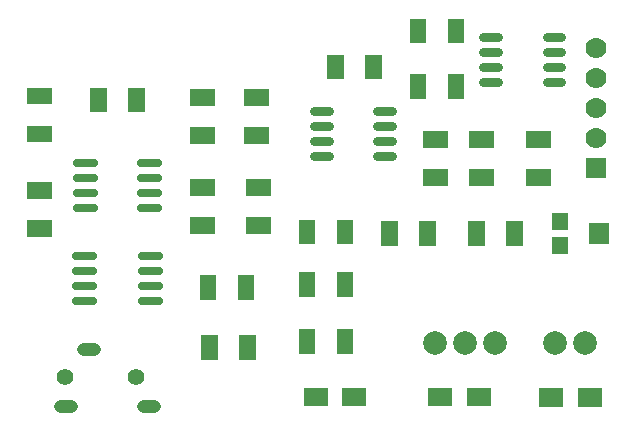
<source format=gts>
G04 Layer: TopSolderMaskLayer*
G04 EasyEDA v6.4.17, 2021-03-05T15:54:57+08:00*
G04 7810626ff2e9405a9b1361f117870e28,a0ab3b0d74464cd6b67425ecbf828b8b,10*
G04 Gerber Generator version 0.2*
G04 Scale: 100 percent, Rotated: No, Reflected: No *
G04 Dimensions in millimeters *
G04 leading zeros omitted , absolute positions ,4 integer and 5 decimal *
%FSLAX45Y45*%
%MOMM*%

%ADD34C,0.7316*%
%ADD35C,0.6896*%
%ADD36C,0.6700*%
%ADD37C,1.1032*%
%ADD38C,1.4032*%
%ADD42C,2.0032*%
%ADD45C,1.7780*%
%ADD46R,1.7780X1.7780*%

%LPD*%
D34*
X6359400Y7696200D02*
G01*
X6235900Y7696200D01*
X6359400Y7569200D02*
G01*
X6235900Y7569200D01*
X6359400Y7442200D02*
G01*
X6235900Y7442200D01*
X6359400Y7315200D02*
G01*
X6235900Y7315200D01*
X6895899Y7696200D02*
G01*
X6772399Y7696200D01*
X6895899Y7569200D02*
G01*
X6772399Y7569200D01*
X6895899Y7442200D02*
G01*
X6772399Y7442200D01*
X6895899Y7315200D02*
G01*
X6772399Y7315200D01*
D35*
X2932508Y5842000D02*
G01*
X2786809Y5842000D01*
X2932508Y5715000D02*
G01*
X2786809Y5715000D01*
X2932508Y5588000D02*
G01*
X2786809Y5588000D01*
X2932508Y5461000D02*
G01*
X2786809Y5461000D01*
X3486990Y5842000D02*
G01*
X3341291Y5842000D01*
X3486990Y5715000D02*
G01*
X3341291Y5715000D01*
X3486990Y5588000D02*
G01*
X3341291Y5588000D01*
X3486990Y5461000D02*
G01*
X3341291Y5461000D01*
D36*
X2935480Y6629400D02*
G01*
X2797299Y6629400D01*
X2935480Y6502400D02*
G01*
X2797299Y6502400D01*
X2935480Y6375400D02*
G01*
X2797299Y6375400D01*
X2935480Y6248400D02*
G01*
X2797299Y6248400D01*
X3476500Y6629400D02*
G01*
X3338319Y6629400D01*
X3476500Y6502400D02*
G01*
X3338319Y6502400D01*
X3476500Y6375400D02*
G01*
X3338319Y6375400D01*
X3476500Y6248400D02*
G01*
X3338319Y6248400D01*
D37*
X3356848Y4573270D02*
G01*
X3446846Y4573270D01*
X2847375Y5053329D02*
G01*
X2937372Y5053329D01*
X2650728Y4573574D02*
G01*
X2740728Y4573574D01*
D34*
X5337299Y6692900D02*
G01*
X5460799Y6692900D01*
X5337299Y6819900D02*
G01*
X5460799Y6819900D01*
X5337299Y6946900D02*
G01*
X5460799Y6946900D01*
X5337299Y7073900D02*
G01*
X5460799Y7073900D01*
X4800800Y6692900D02*
G01*
X4924300Y6692900D01*
X4800800Y6819900D02*
G01*
X4924300Y6819900D01*
X4800800Y6946900D02*
G01*
X4924300Y6946900D01*
X4800800Y7073900D02*
G01*
X4924300Y7073900D01*
D38*
G01*
X2694152Y4815789D03*
G01*
X3296056Y4815789D03*
G36*
X6096761Y4572507D02*
G01*
X6096761Y4728718D01*
X6298691Y4728718D01*
X6298691Y4572507D01*
G37*
G36*
X5768847Y4572507D02*
G01*
X5768847Y4728718D01*
X5971031Y4728718D01*
X5971031Y4572507D01*
G37*
G36*
X6706361Y4567428D02*
G01*
X6706361Y4723637D01*
X6908291Y4723637D01*
X6908291Y4567428D01*
G37*
G36*
X7034022Y4567428D02*
G01*
X7034022Y4723637D01*
X7235952Y4723637D01*
X7235952Y4567428D01*
G37*
G36*
X5042661Y4572507D02*
G01*
X5042661Y4728718D01*
X5244591Y4728718D01*
X5244591Y4572507D01*
G37*
G36*
X4714747Y4572507D02*
G01*
X4714747Y4728718D01*
X4916931Y4728718D01*
X4916931Y4572507D01*
G37*
G36*
X3833875Y5470144D02*
G01*
X3833875Y5680455D01*
X3974084Y5680455D01*
X3974084Y5470144D01*
G37*
G36*
X4153915Y5470144D02*
G01*
X4153915Y5680455D01*
X4294124Y5680455D01*
X4294124Y5470144D01*
G37*
G36*
X4225543Y6351015D02*
G01*
X4225543Y6491223D01*
X4435856Y6491223D01*
X4435856Y6351015D01*
G37*
G36*
X4225543Y6030976D02*
G01*
X4225543Y6171184D01*
X4435856Y6171184D01*
X4435856Y6030976D01*
G37*
G36*
X5611875Y7641844D02*
G01*
X5611875Y7852155D01*
X5752084Y7852155D01*
X5752084Y7641844D01*
G37*
G36*
X5931915Y7641844D02*
G01*
X5931915Y7852155D01*
X6072124Y7852155D01*
X6072124Y7641844D01*
G37*
G36*
X4672075Y5012944D02*
G01*
X4672075Y5223255D01*
X4812284Y5223255D01*
X4812284Y5012944D01*
G37*
G36*
X4992115Y5012944D02*
G01*
X4992115Y5223255D01*
X5132324Y5223255D01*
X5132324Y5012944D01*
G37*
G36*
X5724143Y6437376D02*
G01*
X5724143Y6577584D01*
X5934456Y6577584D01*
X5934456Y6437376D01*
G37*
G36*
X5724143Y6757415D02*
G01*
X5724143Y6897623D01*
X5934456Y6897623D01*
X5934456Y6757415D01*
G37*
D42*
G01*
X7099300Y5105400D03*
G01*
X6845300Y5105400D03*
G01*
X6337300Y5105400D03*
G01*
X5829300Y5105400D03*
G01*
X6083300Y5105400D03*
G36*
X6815836Y5862320D02*
G01*
X6815836Y6002781D01*
X6956043Y6002781D01*
X6956043Y5862320D01*
G37*
G36*
X7125715Y5942329D02*
G01*
X7125715Y6122670D01*
X7296150Y6122670D01*
X7296150Y5942329D01*
G37*
G36*
X6815836Y6062218D02*
G01*
X6815836Y6202679D01*
X6956043Y6202679D01*
X6956043Y6062218D01*
G37*
G36*
X2371343Y6005576D02*
G01*
X2371343Y6145784D01*
X2581656Y6145784D01*
X2581656Y6005576D01*
G37*
G36*
X2371343Y6325615D02*
G01*
X2371343Y6465823D01*
X2581656Y6465823D01*
X2581656Y6325615D01*
G37*
G36*
X3755643Y6030976D02*
G01*
X3755643Y6171184D01*
X3965956Y6171184D01*
X3965956Y6030976D01*
G37*
G36*
X3755643Y6351015D02*
G01*
X3755643Y6491223D01*
X3965956Y6491223D01*
X3965956Y6351015D01*
G37*
G36*
X2371343Y7125715D02*
G01*
X2371343Y7265923D01*
X2581656Y7265923D01*
X2581656Y7125715D01*
G37*
G36*
X2371343Y6805676D02*
G01*
X2371343Y6945884D01*
X2581656Y6945884D01*
X2581656Y6805676D01*
G37*
G36*
X3755643Y7113015D02*
G01*
X3755643Y7253223D01*
X3965956Y7253223D01*
X3965956Y7113015D01*
G37*
G36*
X3755643Y6792976D02*
G01*
X3755643Y6933184D01*
X3965956Y6933184D01*
X3965956Y6792976D01*
G37*
G36*
X2906775Y7057644D02*
G01*
X2906775Y7267955D01*
X3046984Y7267955D01*
X3046984Y7057644D01*
G37*
G36*
X3226815Y7057644D02*
G01*
X3226815Y7267955D01*
X3367024Y7267955D01*
X3367024Y7057644D01*
G37*
G36*
X3846575Y4962144D02*
G01*
X3846575Y5172455D01*
X3986784Y5172455D01*
X3986784Y4962144D01*
G37*
G36*
X4166615Y4962144D02*
G01*
X4166615Y5172455D01*
X4306824Y5172455D01*
X4306824Y4962144D01*
G37*
G36*
X4992115Y5495544D02*
G01*
X4992115Y5705855D01*
X5132324Y5705855D01*
X5132324Y5495544D01*
G37*
G36*
X4672075Y5495544D02*
G01*
X4672075Y5705855D01*
X4812284Y5705855D01*
X4812284Y5495544D01*
G37*
G36*
X6117843Y6757415D02*
G01*
X6117843Y6897623D01*
X6328156Y6897623D01*
X6328156Y6757415D01*
G37*
G36*
X6117843Y6437376D02*
G01*
X6117843Y6577584D01*
X6328156Y6577584D01*
X6328156Y6437376D01*
G37*
G36*
X5690615Y5927344D02*
G01*
X5690615Y6137655D01*
X5830824Y6137655D01*
X5830824Y5927344D01*
G37*
G36*
X5370575Y5927344D02*
G01*
X5370575Y6137655D01*
X5510784Y6137655D01*
X5510784Y5927344D01*
G37*
G36*
X6427215Y5927344D02*
G01*
X6427215Y6137655D01*
X6567424Y6137655D01*
X6567424Y5927344D01*
G37*
G36*
X6107175Y5927344D02*
G01*
X6107175Y6137655D01*
X6247384Y6137655D01*
X6247384Y5927344D01*
G37*
G36*
X4672075Y5940044D02*
G01*
X4672075Y6150355D01*
X4812284Y6150355D01*
X4812284Y5940044D01*
G37*
G36*
X4992115Y5940044D02*
G01*
X4992115Y6150355D01*
X5132324Y6150355D01*
X5132324Y5940044D01*
G37*
G36*
X4212843Y6792976D02*
G01*
X4212843Y6933184D01*
X4423156Y6933184D01*
X4423156Y6792976D01*
G37*
G36*
X4212843Y7113015D02*
G01*
X4212843Y7253223D01*
X4423156Y7253223D01*
X4423156Y7113015D01*
G37*
G36*
X4913375Y7337044D02*
G01*
X4913375Y7547355D01*
X5053584Y7547355D01*
X5053584Y7337044D01*
G37*
G36*
X5233415Y7337044D02*
G01*
X5233415Y7547355D01*
X5373624Y7547355D01*
X5373624Y7337044D01*
G37*
G36*
X5931915Y7171944D02*
G01*
X5931915Y7382255D01*
X6072124Y7382255D01*
X6072124Y7171944D01*
G37*
G36*
X5611875Y7171944D02*
G01*
X5611875Y7382255D01*
X5752084Y7382255D01*
X5752084Y7171944D01*
G37*
G36*
X6600443Y6437376D02*
G01*
X6600443Y6577584D01*
X6810756Y6577584D01*
X6810756Y6437376D01*
G37*
G36*
X6600443Y6757415D02*
G01*
X6600443Y6897623D01*
X6810756Y6897623D01*
X6810756Y6757415D01*
G37*
D45*
G01*
X7188200Y7607300D03*
G01*
X7188200Y7353300D03*
G01*
X7188200Y7099300D03*
G01*
X7188200Y6845300D03*
D46*
G01*
X7188200Y6591300D03*
M02*

</source>
